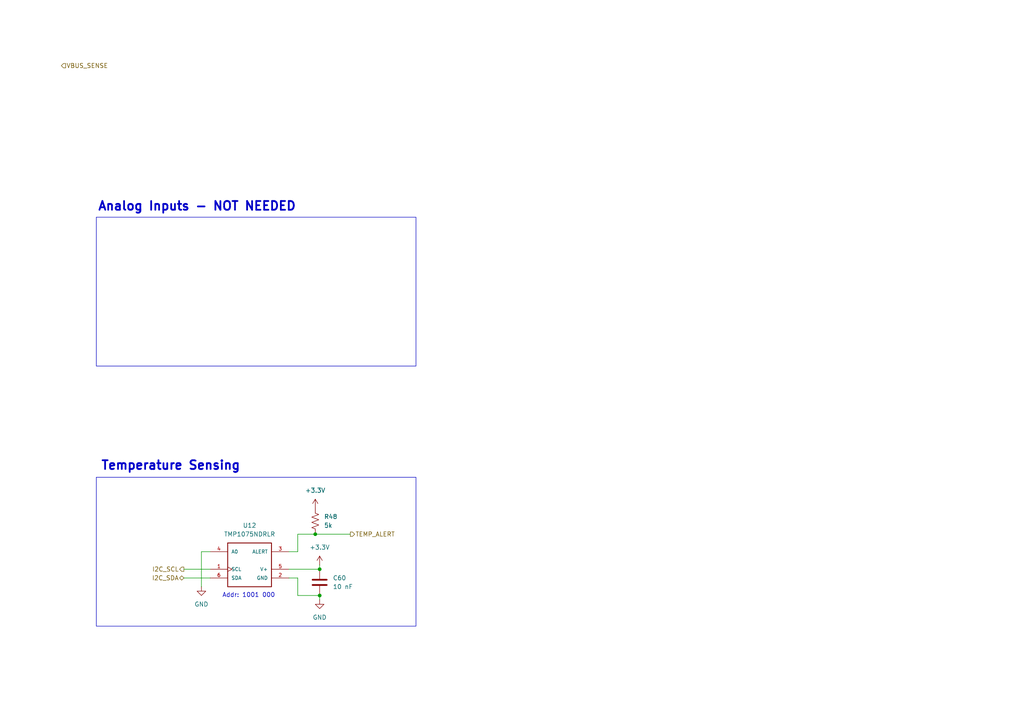
<source format=kicad_sch>
(kicad_sch (version 20231120) (generator "eeschema") (generator_version "8.0")
  (paper "A4")
  (lib_symbols
    (symbol "Device:C" (pin_numbers hide) (pin_names (offset 0.254))
      (property "Reference" "C" (at 0.635 2.54 0))
      (property "Value" "C" (at 0.635 -2.54 0))
      (symbol "C_0_1"
        (polyline (pts (xy -2.032 -0.762) (xy 2.032 -0.762)) (stroke (width 0.508)))
        (polyline (pts (xy -2.032 0.762) (xy 2.032 0.762)) (stroke (width 0.508)))
      )
      (symbol "C_1_1"
        (pin passive line (at 0 3.81 270) (length 2.794) (name "~") (number "1"))
        (pin passive line (at 0 -3.81 90) (length 2.794) (name "~") (number "2"))
      )
    )
    (symbol "Device:R_US" (pin_numbers hide) (pin_names (offset 0))
      (property "Reference" "R" (at 2.54 0 90))
      (property "Value" "R_US" (at -2.54 0 90))
      (symbol "R_US_0_1"
        (polyline (pts (xy 0 -2.286) (xy 0 -2.54)))
        (polyline (pts (xy 0 2.286) (xy 0 2.54)))
        (polyline (pts (xy 0 -0.762) (xy 1.016 -1.143) (xy 0 -1.524) (xy -1.016 -1.905) (xy 0 -2.286)))
        (polyline (pts (xy 0 0.762) (xy 1.016 0.381) (xy 0 0) (xy -1.016 -0.381) (xy 0 -0.762)))
        (polyline (pts (xy 0 2.286) (xy 1.016 1.905) (xy 0 1.524) (xy -1.016 1.143) (xy 0 0.762)))
      )
      (symbol "R_US_1_1"
        (pin passive line (at 0 3.81 270) (length 1.27) (name "~") (number "1"))
        (pin passive line (at 0 -3.81 90) (length 1.27) (name "~") (number "2"))
      )
    )
    (symbol "jka_library:TMP1075NDRLR" (pin_names (offset 1.016))
      (property "Reference" "U" (at -0.762 10.922 0))
      (property "Value" "TMP1075NDRLR" (at -7.62 -3.556 0))
      (symbol "TMP1075NDRLR_0_0"
        (pin input clock (at -11.43 2.54 0) (length 5.08) (name "SCL") (number "1"))
        (pin power_in line (at 11.43 0 180) (length 5.08) (name "GND") (number "2"))
        (pin output line (at 11.43 7.62 180) (length 5.08) (name "ALERT") (number "3"))
        (pin input line (at -11.43 7.62 0) (length 5.08) (name "A0") (number "4"))
        (pin power_in line (at 11.43 2.54 180) (length 5.08) (name "V+") (number "5"))
        (pin bidirectional line (at -11.43 0 0) (length 5.08) (name "SDA") (number "6"))
      )
      (symbol "TMP1075NDRLR_1_0"
        (rectangle (start -6.35 10.16) (end 6.35 -2.54) (stroke (width 0.254)))
      )
    )
    (symbol "power:+3.3V" (power) (pin_numbers hide) (pin_names (offset 0) hide)
      (property "Value" "+3.3V" (at 0 3.556 0))
      (symbol "+3.3V_0_1"
        (polyline (pts (xy -0.762 1.27) (xy 0 2.54)))
        (polyline (pts (xy 0 0) (xy 0 2.54)))
        (polyline (pts (xy 0 2.54) (xy 0.762 1.27)))
      )
      (symbol "+3.3V_1_1"
        (pin power_in line (at 0 0 90) (length 0) (name "~") (number "1"))
      )
    )
    (symbol "power:GND" (power) (pin_numbers hide) (pin_names (offset 0) hide)
      (property "Value" "GND" (at 0 -3.81 0))
      (symbol "GND_0_1"
        (polyline (pts (xy 0 0) (xy 0 -1.27) (xy 1.27 -1.27) (xy 0 -2.54) (xy -1.27 -1.27) (xy 0 -1.27)))
      )
      (symbol "GND_1_1"
        (pin power_in line (at 0 0 270) (length 0) (name "~") (number "1"))
      )
    )
  )
  (junction (at 91.44 154.94))
  (junction (at 92.71 165.1))
  (junction (at 92.71 172.72))
  (wire (pts (xy 86.36 167.64) (xy 86.36 172.72)))
  (wire (pts (xy 83.82 167.64) (xy 86.36 167.64)))
  (wire (pts (xy 92.71 172.72) (xy 86.36 172.72)))
  (wire (pts (xy 86.36 160.02) (xy 86.36 154.94)))
  (wire (pts (xy 91.44 154.94) (xy 101.6 154.94)))
  (wire (pts (xy 86.36 154.94) (xy 91.44 154.94)))
  (wire (pts (xy 92.71 165.1) (xy 83.82 165.1)))
  (wire (pts (xy 53.34 167.64) (xy 60.96 167.64)))
  (wire (pts (xy 92.71 163.83) (xy 92.71 165.1)))
  (wire (pts (xy 53.34 165.1) (xy 60.96 165.1)))
  (wire (pts (xy 83.82 160.02) (xy 86.36 160.02)))
  (wire (pts (xy 58.42 170.18) (xy 58.42 160.02)))
  (wire (pts (xy 58.42 160.02) (xy 60.96 160.02)))
  (wire (pts (xy 92.71 172.72) (xy 92.71 173.99)))
  (rectangle (start 27.94 62.992) (end 120.65 106.172))
  (rectangle (start 27.94 138.43) (end 120.65 181.61))
  (text "Analog Inputs - NOT NEEDED" (at 57.15 59.944 0) (effects (font (size 2.54 2.54) (thickness 0.508) (bold yes))))
  (text "Addr: 1001 000" (at 72.136 172.72 0) (effects (font (size 1.27 1.27))))
  (text "Temperature Sensing" (at 49.53 135.128 0) (effects (font (size 2.54 2.54) (thickness 0.508) (bold yes))))
  (hierarchical_label "TEMP_ALERT" (shape output) (at 101.6 154.94 0))
  (hierarchical_label "I2C_SDA" (shape bidirectional) (at 53.34 167.64 180))
  (hierarchical_label "I2C_SCL" (shape output) (at 53.34 165.1 180))
  (hierarchical_label "VBUS_SENSE" (shape input) (at 17.78 19.05 0))
  (symbol (lib_id "Device:R_US") (at 91.44 151.13 180) (unit 1)
    (property "Reference" "R48" (at 93.98 149.8599 0) (effects (justify right)))
    (property "Value" "5k" (at 93.98 152.3999 0) (effects (justify right)))
    (property "Description" "Resistor, US symbol" (effects (hide yes)))
  )
  (symbol (lib_id "jka_library:TMP1075NDRLR") (at 72.39 167.64 0) (unit 1)
    (property "Reference" "U12" (at 72.39 152.4 0))
    (property "Value" "TMP1075NDRLR" (at 72.39 154.94 0))
    (property "Footprint" "jka_library:SOT50P160X60-6N" (effects (hide yes)))
    (property "Datasheet" "https://www.ti.com/lit/ds/symlink/tmp1075.pdf" (effects (hide yes)))
    (property "Description" "A I2C/SMBus enabled bus with 12 bit resolution with a 1.62 to 5.5V rail" (effects (hide yes)))
    (property "PARTREV" "E" (effects (hide yes)))
    (property "STANDARD" "IPC 7351B" (effects (hide yes)))
    (property "MAXIMUM_PACKAGE_HEIGHT" "0.6 mm" (effects (hide yes)))
    (property "MANUFACTURER" "Texas Instruments" (effects (hide yes)))
  )
  (symbol (lib_id "Device:C") (at 92.71 168.91 0) (unit 1)
    (property "Reference" "C60" (at 96.52 167.6399 0) (effects (justify left)))
    (property "Value" "10 nF" (at 96.52 170.1799 0) (effects (justify left)))
    (property "Description" "Unpolarized capacitor" (effects (hide yes)))
  )
  (symbol (lib_id "power:GND") (at 58.42 170.18 0) (unit 1)
    (property "Reference" "#PWR0100" (effects (hide yes)))
    (property "Value" "GND" (at 58.42 175.26 0))
    (property "Description" "Power symbol creates a global label with name \"GND\" , ground" (effects (hide yes)))
  )
  (symbol (lib_id "power:GND") (at 92.71 173.99 0) (unit 1)
    (property "Reference" "#PWR0103" (effects (hide yes)))
    (property "Value" "GND" (at 92.71 179.07 0))
    (property "Description" "Power symbol creates a global label with name \"GND\" , ground" (effects (hide yes)))
  )
  (symbol (lib_id "power:+3.3V") (at 91.44 147.32 0) (unit 1)
    (property "Reference" "#PWR0101" (effects (hide yes)))
    (property "Value" "+3.3V" (at 91.44 142.24 0))
    (property "Description" "Power symbol creates a global label with name \"+3.3V\"" (effects (hide yes)))
  )
  (symbol (lib_id "power:+3.3V") (at 92.71 163.83 0) (unit 1)
    (property "Reference" "#PWR0102" (effects (hide yes)))
    (property "Value" "+3.3V" (at 92.71 158.75 0))
    (property "Description" "Power symbol creates a global label with name \"+3.3V\"" (effects (hide yes)))
  )
)
</source>
